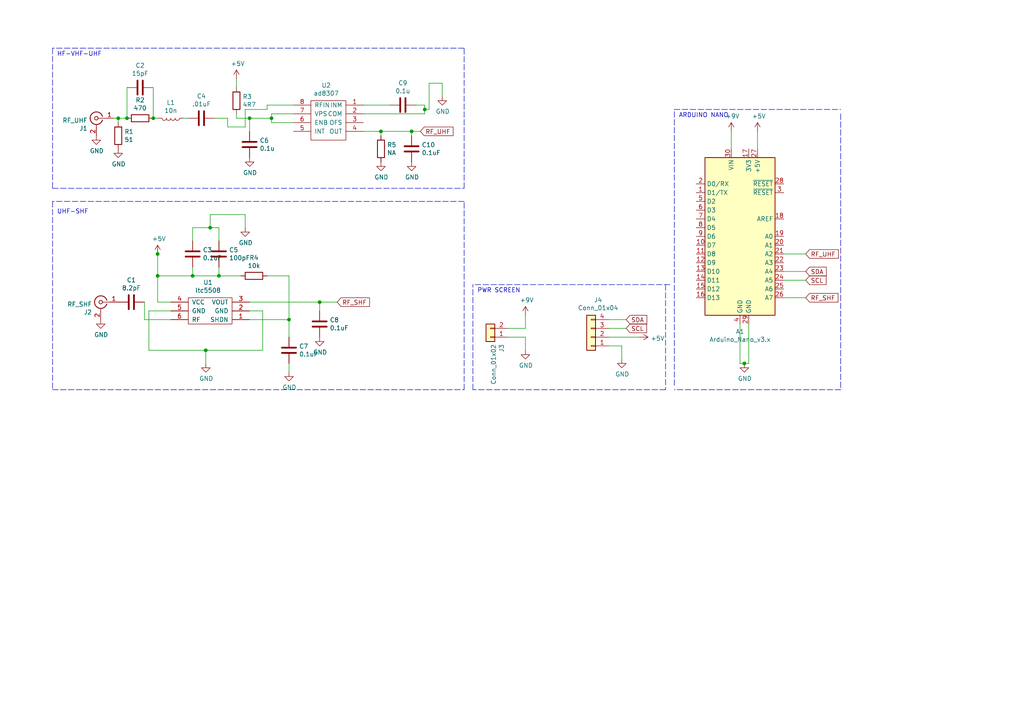
<source format=kicad_sch>
(kicad_sch (version 20211123) (generator eeschema)
  (paper "A4")
  (title_block (date "jeu. 02 avril 2015"))
  (lib_symbols
    (symbol "Connector:Conn_Coaxial" (pin_names (offset 1.016) hide)
      (property "Reference" "J" (at 0.254 3.048 0))
      (property "Value" "Conn_Coaxial" (at 2.921 0 90))
      (symbol "Conn_Coaxial_0_1"
        (arc (start -1.778 -0.508) (mid 0.2311 -1.8066) (end 1.778 0) (stroke (width 0.254)))
        (polyline (pts (xy -2.54 0) (xy -0.508 0)))
        (polyline (pts (xy 0 -2.54) (xy 0 -1.778)))
        (circle (center 0 0) (radius 0.508) (stroke (width 0.2032)))
        (arc (start 1.778 0) (mid 0.2099 1.8101) (end -1.778 0.508) (stroke (width 0.254)))
      )
      (symbol "Conn_Coaxial_1_1"
        (pin passive line (at -5.08 0 0) (length 2.54) (name "In") (number "1"))
        (pin passive line (at 0 -5.08 90) (length 2.54) (name "Ext") (number "2"))
      )
    )
    (symbol "Connector_Generic:Conn_01x02" (pin_names (offset 1.016) hide)
      (property "Reference" "J" (at 0 2.54 0))
      (property "Value" "Conn_01x02" (at 0 -5.08 0))
      (symbol "Conn_01x02_1_1"
        (rectangle (start -1.27 -2.413) (end 0 -2.667) (stroke (width 0.1524)))
        (rectangle (start -1.27 0.127) (end 0 -0.127) (stroke (width 0.1524)))
        (rectangle (start -1.27 1.27) (end 1.27 -3.81) (stroke (width 0.254)) (fill (type background)))
        (pin passive line (at -5.08 0 0) (length 3.81) (name "Pin_1") (number "1"))
        (pin passive line (at -5.08 -2.54 0) (length 3.81) (name "Pin_2") (number "2"))
      )
    )
    (symbol "Connector_Generic:Conn_01x04" (pin_names (offset 1.016) hide)
      (property "Reference" "J" (at 0 5.08 0))
      (property "Value" "Conn_01x04" (at 0 -7.62 0))
      (symbol "Conn_01x04_1_1"
        (rectangle (start -1.27 -4.953) (end 0 -5.207) (stroke (width 0.1524)))
        (rectangle (start -1.27 -2.413) (end 0 -2.667) (stroke (width 0.1524)))
        (rectangle (start -1.27 0.127) (end 0 -0.127) (stroke (width 0.1524)))
        (rectangle (start -1.27 2.667) (end 0 2.413) (stroke (width 0.1524)))
        (rectangle (start -1.27 3.81) (end 1.27 -6.35) (stroke (width 0.254)) (fill (type background)))
        (pin passive line (at -5.08 2.54 0) (length 3.81) (name "Pin_1") (number "1"))
        (pin passive line (at -5.08 0 0) (length 3.81) (name "Pin_2") (number "2"))
        (pin passive line (at -5.08 -2.54 0) (length 3.81) (name "Pin_3") (number "3"))
        (pin passive line (at -5.08 -5.08 0) (length 3.81) (name "Pin_4") (number "4"))
      )
    )
    (symbol "Device:C" (pin_numbers hide) (pin_names (offset 0.254))
      (property "Reference" "C" (at 0.635 2.54 0))
      (property "Value" "C" (at 0.635 -2.54 0))
      (symbol "C_0_1"
        (polyline (pts (xy -2.032 -0.762) (xy 2.032 -0.762)) (stroke (width 0.508)))
        (polyline (pts (xy -2.032 0.762) (xy 2.032 0.762)) (stroke (width 0.508)))
      )
      (symbol "C_1_1"
        (pin passive line (at 0 3.81 270) (length 2.794) (name "~") (number "1"))
        (pin passive line (at 0 -3.81 90) (length 2.794) (name "~") (number "2"))
      )
    )
    (symbol "Device:L" (pin_numbers hide) (pin_names (offset 1.016) hide)
      (property "Reference" "L" (at -1.27 0 90))
      (property "Value" "L" (at 1.905 0 90))
      (symbol "L_0_1"
        (arc (start 0 -2.54) (mid 0.635 -1.905) (end 0 -1.27))
        (arc (start 0 -1.27) (mid 0.635 -0.635) (end 0 0))
        (arc (start 0 0) (mid 0.635 0.635) (end 0 1.27))
        (arc (start 0 1.27) (mid 0.635 1.905) (end 0 2.54))
      )
      (symbol "L_1_1"
        (pin passive line (at 0 3.81 270) (length 1.27) (name "1") (number "1"))
        (pin passive line (at 0 -3.81 90) (length 1.27) (name "2") (number "2"))
      )
    )
    (symbol "Device:R" (pin_numbers hide) (pin_names (offset 0))
      (property "Reference" "R" (at 2.032 0 90))
      (property "Value" "R" (at 0 0 90))
      (symbol "R_0_1"
        (rectangle (start -1.016 -2.54) (end 1.016 2.54) (stroke (width 0.254)))
      )
      (symbol "R_1_1"
        (pin passive line (at 0 3.81 270) (length 1.27) (name "~") (number "1"))
        (pin passive line (at 0 -3.81 90) (length 1.27) (name "~") (number "2"))
      )
    )
    (symbol "MCU_Module:Arduino_Nano_v3.x"
      (property "Reference" "A" (at -10.16 23.495 0))
      (property "Value" "Arduino_Nano_v3.x" (at 5.08 -24.13 0))
      (symbol "Arduino_Nano_v3.x_0_1"
        (rectangle (start -10.16 22.86) (end 10.16 -22.86) (stroke (width 0.254)) (fill (type background)))
      )
      (symbol "Arduino_Nano_v3.x_1_1"
        (pin bidirectional line (at -12.7 12.7 0) (length 2.54) (name "D1/TX") (number "1"))
        (pin bidirectional line (at -12.7 -2.54 0) (length 2.54) (name "D7") (number "10"))
        (pin bidirectional line (at -12.7 -5.08 0) (length 2.54) (name "D8") (number "11"))
        (pin bidirectional line (at -12.7 -7.62 0) (length 2.54) (name "D9") (number "12"))
        (pin bidirectional line (at -12.7 -10.16 0) (length 2.54) (name "D10") (number "13"))
        (pin bidirectional line (at -12.7 -12.7 0) (length 2.54) (name "D11") (number "14"))
        (pin bidirectional line (at -12.7 -15.24 0) (length 2.54) (name "D12") (number "15"))
        (pin bidirectional line (at -12.7 -17.78 0) (length 2.54) (name "D13") (number "16"))
        (pin power_out line (at 2.54 25.4 270) (length 2.54) (name "3V3") (number "17"))
        (pin input line (at 12.7 5.08 180) (length 2.54) (name "AREF") (number "18"))
        (pin bidirectional line (at 12.7 0 180) (length 2.54) (name "A0") (number "19"))
        (pin bidirectional line (at -12.7 15.24 0) (length 2.54) (name "D0/RX") (number "2"))
        (pin bidirectional line (at 12.7 -2.54 180) (length 2.54) (name "A1") (number "20"))
        (pin bidirectional line (at 12.7 -5.08 180) (length 2.54) (name "A2") (number "21"))
        (pin bidirectional line (at 12.7 -7.62 180) (length 2.54) (name "A3") (number "22"))
        (pin bidirectional line (at 12.7 -10.16 180) (length 2.54) (name "A4") (number "23"))
        (pin bidirectional line (at 12.7 -12.7 180) (length 2.54) (name "A5") (number "24"))
        (pin bidirectional line (at 12.7 -15.24 180) (length 2.54) (name "A6") (number "25"))
        (pin bidirectional line (at 12.7 -17.78 180) (length 2.54) (name "A7") (number "26"))
        (pin power_out line (at 5.08 25.4 270) (length 2.54) (name "+5V") (number "27"))
        (pin input line (at 12.7 15.24 180) (length 2.54) (name "~{RESET}") (number "28"))
        (pin power_in line (at 2.54 -25.4 90) (length 2.54) (name "GND") (number "29"))
        (pin input line (at 12.7 12.7 180) (length 2.54) (name "~{RESET}") (number "3"))
        (pin power_in line (at -2.54 25.4 270) (length 2.54) (name "VIN") (number "30"))
        (pin power_in line (at 0 -25.4 90) (length 2.54) (name "GND") (number "4"))
        (pin bidirectional line (at -12.7 10.16 0) (length 2.54) (name "D2") (number "5"))
        (pin bidirectional line (at -12.7 7.62 0) (length 2.54) (name "D3") (number "6"))
        (pin bidirectional line (at -12.7 5.08 0) (length 2.54) (name "D4") (number "7"))
        (pin bidirectional line (at -12.7 2.54 0) (length 2.54) (name "D5") (number "8"))
        (pin bidirectional line (at -12.7 0 0) (length 2.54) (name "D6") (number "9"))
      )
    )
    (symbol "power:+5V" (power) (pin_names (offset 0))
      (property "Value" "+5V" (at 0 3.556 0))
      (symbol "+5V_0_1"
        (polyline (pts (xy -0.762 1.27) (xy 0 2.54)))
        (polyline (pts (xy 0 0) (xy 0 2.54)))
        (polyline (pts (xy 0 2.54) (xy 0.762 1.27)))
      )
      (symbol "+5V_1_1"
        (pin power_in line (at 0 0 90) (length 0) hide (name "+5V") (number "1"))
      )
    )
    (symbol "power:+9V" (power) (pin_names (offset 0))
      (property "Value" "+9V" (at 0 3.556 0))
      (symbol "+9V_0_1"
        (polyline (pts (xy -0.762 1.27) (xy 0 2.54)))
        (polyline (pts (xy 0 0) (xy 0 2.54)))
        (polyline (pts (xy 0 2.54) (xy 0.762 1.27)))
      )
      (symbol "+9V_1_1"
        (pin power_in line (at 0 0 90) (length 0) hide (name "+9V") (number "1"))
      )
    )
    (symbol "power:GND" (power) (pin_names (offset 0))
      (property "Value" "GND" (at 0 -3.81 0))
      (symbol "GND_0_1"
        (polyline (pts (xy 0 0) (xy 0 -1.27) (xy 1.27 -1.27) (xy 0 -2.54) (xy -1.27 -1.27) (xy 0 -1.27)))
      )
      (symbol "GND_1_1"
        (pin power_in line (at 0 0 270) (length 0) hide (name "GND") (number "1"))
      )
    )
    (symbol "sh:ad8307" (pin_names (offset 1.016))
      (property "Reference" "U" (at 0 0 0))
      (property "Value" "ad8307" (at 0 2.54 0))
      (symbol "ad8307_0_1"
        (rectangle (start -5.08 -1.27) (end 5.08 -12.7))
      )
      (symbol "ad8307_1_1"
        (pin input line (at 10.16 -2.54 180) (length 5.08) (name "INM") (number "1"))
        (pin input line (at 10.16 -5.08 180) (length 5.08) (name "COM") (number "2"))
        (pin input line (at 10.16 -7.62 180) (length 5.08) (name "OFS") (number "3"))
        (pin input line (at 10.16 -10.16 180) (length 5.08) (name "OUT") (number "4"))
        (pin input line (at -10.16 -10.16 0) (length 5.08) (name "INT") (number "5"))
        (pin input line (at -10.16 -7.62 0) (length 5.08) (name "ENB") (number "6"))
        (pin input line (at -10.16 -5.08 0) (length 5.08) (name "VPS") (number "7"))
        (pin input line (at -10.16 -2.54 0) (length 5.08) (name "RFIN") (number "8"))
      )
    )
    (symbol "sh:ltc5508" (pin_names (offset 1.016))
      (property "Reference" "U" (at 0 0 0))
      (property "Value" "ltc5508" (at 0 2.54 0))
      (symbol "ltc5508_0_1"
        (rectangle (start -5.08 -1.27) (end 7.62 -8.89))
      )
      (symbol "ltc5508_1_1"
        (pin input line (at 12.7 -7.62 180) (length 5.08) (name "SHDN") (number "1"))
        (pin input line (at 12.7 -5.08 180) (length 5.08) (name "GND") (number "2"))
        (pin output line (at 12.7 -2.54 180) (length 5.08) (name "VOUT") (number "3"))
        (pin input line (at -10.16 -2.54 0) (length 5.08) (name "VCC") (number "4"))
        (pin input line (at -10.16 -5.08 0) (length 5.08) (name "GND") (number "5"))
        (pin input line (at -10.16 -7.62 0) (length 5.08) (name "RF") (number "6"))
      )
    )
  )
  (junction (at 78.74 34.29))
  (junction (at 92.71 87.63))
  (junction (at 55.88 80.01))
  (junction (at 215.9 105.41))
  (junction (at 45.72 80.01))
  (junction (at 110.49 38.1))
  (junction (at 36.83 34.29))
  (junction (at 59.69 101.6))
  (junction (at 119.38 38.1))
  (junction (at 60.96 66.04))
  (junction (at 44.45 34.29))
  (junction (at 72.39 34.29))
  (junction (at 63.5 80.01))
  (junction (at 34.29 34.29))
  (junction (at 83.82 92.71))
  (junction (at 45.72 73.66))
  (junction (at 123.19 31.75))
  (wire (pts (xy 83.82 80.01) (xy 83.82 92.71)))
  (wire (pts (xy 36.83 25.4) (xy 36.83 34.29)))
  (wire (pts (xy 77.47 30.48) (xy 85.09 30.48)))
  (wire (pts (xy 128.27 24.13) (xy 124.46 24.13)))
  (wire (pts (xy 53.34 34.29) (xy 54.61 34.29)))
  (wire (pts (xy 45.72 87.63) (xy 49.53 87.63)))
  (wire (pts (xy 227.33 86.36) (xy 233.68 86.36)))
  (polyline (pts (xy 243.84 113.03) (xy 195.58 113.03)))
  (wire (pts (xy 72.39 87.63) (xy 92.71 87.63)))
  (wire (pts (xy 68.58 33.02) (xy 68.58 34.29)))
  (polyline (pts (xy 15.24 113.03) (xy 134.62 113.03)))
  (wire (pts (xy 105.41 38.1) (xy 110.49 38.1)))
  (wire (pts (xy 147.32 95.25) (xy 152.4 95.25)))
  (wire (pts (xy 72.39 34.29) (xy 78.74 34.29)))
  (wire (pts (xy 152.4 97.79) (xy 152.4 101.6)))
  (wire (pts (xy 119.38 39.37) (xy 119.38 38.1)))
  (wire (pts (xy 78.74 35.56) (xy 85.09 35.56)))
  (wire (pts (xy 71.12 66.04) (xy 71.12 62.23)))
  (wire (pts (xy 92.71 87.63) (xy 97.79 87.63)))
  (wire (pts (xy 219.71 38.1) (xy 219.71 43.18)))
  (polyline (pts (xy 195.58 111.76) (xy 195.58 31.75)))
  (wire (pts (xy 83.82 105.41) (xy 83.82 107.95)))
  (wire (pts (xy 59.69 101.6) (xy 59.69 105.41)))
  (wire (pts (xy 63.5 66.04) (xy 63.5 69.85)))
  (polyline (pts (xy 193.04 113.03) (xy 137.16 113.03)))
  (wire (pts (xy 152.4 95.25) (xy 152.4 91.44)))
  (wire (pts (xy 72.39 92.71) (xy 83.82 92.71)))
  (wire (pts (xy 119.38 38.1) (xy 121.92 38.1)))
  (wire (pts (xy 176.53 97.79) (xy 185.42 97.79)))
  (wire (pts (xy 66.04 36.83) (xy 71.12 36.83)))
  (wire (pts (xy 59.69 101.6) (xy 76.2 101.6)))
  (wire (pts (xy 105.41 33.02) (xy 123.19 33.02)))
  (wire (pts (xy 68.58 22.86) (xy 68.58 25.4)))
  (wire (pts (xy 77.47 80.01) (xy 83.82 80.01)))
  (polyline (pts (xy 243.84 33.02) (xy 243.84 113.03)))
  (wire (pts (xy 34.29 34.29) (xy 36.83 34.29)))
  (wire (pts (xy 55.88 77.47) (xy 55.88 80.01)))
  (wire (pts (xy 123.19 31.75) (xy 123.19 30.48)))
  (wire (pts (xy 44.45 25.4) (xy 44.45 34.29)))
  (wire (pts (xy 176.53 92.71) (xy 181.61 92.71)))
  (wire (pts (xy 49.53 90.17) (xy 43.18 90.17)))
  (wire (pts (xy 85.09 33.02) (xy 78.74 33.02)))
  (polyline (pts (xy 134.62 13.97) (xy 15.24 13.97)))
  (wire (pts (xy 78.74 33.02) (xy 78.74 34.29)))
  (wire (pts (xy 33.02 34.29) (xy 34.29 34.29)))
  (wire (pts (xy 43.18 90.17) (xy 43.18 101.6)))
  (wire (pts (xy 62.23 34.29) (xy 66.04 34.29)))
  (wire (pts (xy 68.58 34.29) (xy 72.39 34.29)))
  (wire (pts (xy 83.82 92.71) (xy 83.82 97.79)))
  (polyline (pts (xy 134.62 113.03) (xy 134.62 58.42)))
  (wire (pts (xy 233.68 78.74) (xy 227.33 78.74)))
  (wire (pts (xy 71.12 36.83) (xy 71.12 31.75)))
  (wire (pts (xy 217.17 105.41) (xy 217.17 93.98)))
  (wire (pts (xy 55.88 69.85) (xy 55.88 66.04)))
  (wire (pts (xy 60.96 66.04) (xy 63.5 66.04)))
  (wire (pts (xy 44.45 34.29) (xy 45.72 34.29)))
  (wire (pts (xy 212.09 38.1) (xy 212.09 43.18)))
  (wire (pts (xy 41.91 92.71) (xy 49.53 92.71)))
  (wire (pts (xy 72.39 90.17) (xy 76.2 90.17)))
  (polyline (pts (xy 15.24 58.42) (xy 15.24 113.03)))
  (polyline (pts (xy 193.04 82.55) (xy 193.04 113.03)))
  (polyline (pts (xy 195.58 31.75) (xy 243.84 31.75)))
  (wire (pts (xy 110.49 38.1) (xy 110.49 39.37)))
  (polyline (pts (xy 194.31 82.55) (xy 137.16 82.55)))
  (wire (pts (xy 45.72 72.39) (xy 45.72 73.66)))
  (wire (pts (xy 123.19 30.48) (xy 120.65 30.48)))
  (wire (pts (xy 124.46 31.75) (xy 123.19 31.75)))
  (wire (pts (xy 128.27 27.94) (xy 128.27 24.13)))
  (wire (pts (xy 77.47 31.75) (xy 77.47 30.48)))
  (polyline (pts (xy 15.24 13.97) (xy 15.24 54.61)))
  (wire (pts (xy 71.12 31.75) (xy 77.47 31.75)))
  (wire (pts (xy 110.49 38.1) (xy 119.38 38.1)))
  (wire (pts (xy 180.34 100.33) (xy 180.34 104.14)))
  (wire (pts (xy 214.63 105.41) (xy 215.9 105.41)))
  (wire (pts (xy 92.71 90.17) (xy 92.71 87.63)))
  (wire (pts (xy 147.32 97.79) (xy 152.4 97.79)))
  (wire (pts (xy 55.88 66.04) (xy 60.96 66.04)))
  (wire (pts (xy 41.91 87.63) (xy 41.91 92.71)))
  (wire (pts (xy 233.68 73.66) (xy 227.33 73.66)))
  (wire (pts (xy 76.2 90.17) (xy 76.2 101.6)))
  (wire (pts (xy 66.04 34.29) (xy 66.04 36.83)))
  (wire (pts (xy 105.41 30.48) (xy 113.03 30.48)))
  (wire (pts (xy 43.18 101.6) (xy 59.69 101.6)))
  (wire (pts (xy 45.72 73.66) (xy 45.72 80.01)))
  (wire (pts (xy 176.53 95.25) (xy 181.61 95.25)))
  (wire (pts (xy 45.72 80.01) (xy 55.88 80.01)))
  (polyline (pts (xy 15.24 54.61) (xy 134.62 54.61)))
  (polyline (pts (xy 134.62 58.42) (xy 15.24 58.42)))
  (wire (pts (xy 55.88 80.01) (xy 63.5 80.01)))
  (polyline (pts (xy 137.16 113.03) (xy 137.16 82.55)))
  (wire (pts (xy 63.5 80.01) (xy 69.85 80.01)))
  (wire (pts (xy 63.5 77.47) (xy 63.5 80.01)))
  (wire (pts (xy 123.19 33.02) (xy 123.19 31.75)))
  (polyline (pts (xy 134.62 54.61) (xy 134.62 13.97)))
  (wire (pts (xy 72.39 38.1) (xy 72.39 34.29)))
  (wire (pts (xy 176.53 100.33) (xy 180.34 100.33)))
  (wire (pts (xy 34.29 35.56) (xy 34.29 34.29)))
  (wire (pts (xy 124.46 24.13) (xy 124.46 31.75)))
  (wire (pts (xy 60.96 62.23) (xy 60.96 66.04)))
  (wire (pts (xy 71.12 62.23) (xy 60.96 62.23)))
  (wire (pts (xy 215.9 105.41) (xy 217.17 105.41)))
  (wire (pts (xy 78.74 34.29) (xy 78.74 35.56)))
  (wire (pts (xy 45.72 80.01) (xy 45.72 87.63)))
  (wire (pts (xy 233.68 81.28) (xy 227.33 81.28)))
  (wire (pts (xy 214.63 93.98) (xy 214.63 105.41)))
  (text "PWR SCREEN" (at 138.43 85.09 0) (effects (font (size 1.27 1.27)) (justify left bottom)))
  (text "UHF-SHF" (at 16.51 62.23 0) (effects (font (size 1.27 1.27)) (justify left bottom)))
  (text "ARDUINO NANO" (at 196.85 34.29 0) (effects (font (size 1.27 1.27)) (justify left bottom)))
  (text "HF-VHF-UHF" (at 16.51 16.51 0) (effects (font (size 1.27 1.27)) (justify left bottom)))
  (global_label "SCL" (shape input) (at 181.61 95.25 0) (property "Intersheet References" "${INTERSHEET_REFS}" (effects hide)))
  (global_label "RF_UHF" (shape input) (at 233.68 73.66 0) (property "Intersheet References" "${INTERSHEET_REFS}" (effects hide)))
  (global_label "RF_SHF" (shape input) (at 97.79 87.63 0) (property "Intersheet References" "${INTERSHEET_REFS}" (effects hide)))
  (global_label "SDA" (shape input) (at 181.61 92.71 0) (property "Intersheet References" "${INTERSHEET_REFS}" (effects hide)))
  (global_label "RF_UHF" (shape input) (at 121.92 38.1 0) (property "Intersheet References" "${INTERSHEET_REFS}" (effects hide)))
  (global_label "SDA" (shape input) (at 233.68 78.74 0) (property "Intersheet References" "${INTERSHEET_REFS}" (effects hide)))
  (global_label "SCL" (shape input) (at 233.68 81.28 0) (property "Intersheet References" "${INTERSHEET_REFS}" (effects hide)))
  (global_label "RF_SHF" (shape input) (at 233.68 86.36 0) (property "Intersheet References" "${INTERSHEET_REFS}" (effects hide)))
  (symbol (lib_id "Connector:Conn_Coaxial") (at 27.94 34.29 0) (mirror y) (unit 1)
    (property "Reference" "J1" (at 25.4 37.2364 0) (effects (justify left)))
    (property "Value" "RF_UHF" (at 25.4 34.925 0) (effects (justify left)))
    (property "Footprint" "Connector_Coaxial:SMA_Samtec_SMA-J-P-H-ST-EM1_EdgeMount" (effects hide))
    (property "Datasheet" " ~" (effects hide))
  )
  (symbol (lib_id "Connector:Conn_Coaxial") (at 29.21 87.63 0) (mirror y) (unit 1)
    (property "Reference" "J2" (at 26.67 90.5764 0) (effects (justify left)))
    (property "Value" "RF_SHF" (at 26.67 88.265 0) (effects (justify left)))
    (property "Footprint" "Connector_Coaxial:SMA_Samtec_SMA-J-P-H-ST-EM1_EdgeMount" (effects hide))
    (property "Datasheet" " ~" (effects hide))
  )
  (symbol (lib_id "power:GND") (at 27.94 39.37 0) (unit 1)
    (property "Reference" "#PWR0102" (effects hide))
    (property "Value" "GND" (at 28.067 43.7642 0))
  )
  (symbol (lib_id "power:GND") (at 29.21 92.71 0) (unit 1)
    (property "Reference" "#PWR0103" (effects hide))
    (property "Value" "GND" (at 29.337 97.1042 0))
  )
  (symbol (lib_id "Device:C") (at 38.1 87.63 90) (unit 1)
    (property "Reference" "C1" (at 38.1 81.2292 90))
    (property "Value" "8.2pF" (at 38.1 83.5406 90))
    (property "Footprint" "Capacitor_SMD:C_0805_2012Metric" (effects hide))
  )
  (symbol (lib_id "power:GND") (at 59.69 105.41 0) (unit 1)
    (property "Reference" "#PWR0104" (effects hide))
    (property "Value" "GND" (at 59.817 109.8042 0))
  )
  (symbol (lib_id "Device:C") (at 116.84 30.48 270) (unit 1)
    (property "Reference" "C9" (at 116.84 24.0792 90))
    (property "Value" "0.1u" (at 116.84 26.3906 90))
    (property "Footprint" "Capacitor_SMD:C_0805_2012Metric" (effects hide))
  )
  (symbol (lib_id "power:GND") (at 128.27 27.94 0) (unit 1)
    (property "Reference" "#PWR0106" (effects hide))
    (property "Value" "GND" (at 128.397 32.3342 0))
  )
  (symbol (lib_id "sh:ad8307") (at 95.25 27.94 0) (unit 1)
    (property "Reference" "U2" (at 94.615 24.765 0))
    (property "Value" "ad8307" (at 94.615 27.0764 0))
    (property "Footprint" "Package_SO:SOIC-8_3.9x4.9mm_P1.27mm" (effects hide))
  )
  (symbol (lib_id "sh:ltc5508") (at 59.69 85.09 0) (unit 1)
    (property "Reference" "U1" (at 60.325 81.915 0))
    (property "Value" "ltc5508" (at 60.325 84.2264 0))
    (property "Footprint" "Package_SO:TSOP-6_1.65x3.05mm_P0.95mm" (effects hide))
  )
  (symbol (lib_id "power:+5V") (at 68.58 22.86 0) (unit 1)
    (property "Reference" "#PWR0107" (effects hide))
    (property "Value" "+5V" (at 68.961 18.4658 0))
  )
  (symbol (lib_id "Device:R") (at 68.58 29.21 0) (unit 1)
    (property "Reference" "R3" (at 70.358 28.0416 0) (effects (justify left)))
    (property "Value" "4R7" (at 70.358 30.353 0) (effects (justify left)))
    (property "Footprint" "Resistor_SMD:R_0805_2012Metric" (effects hide))
  )
  (symbol (lib_id "MCU_Module:Arduino_Nano_v3.x") (at 214.63 68.58 0) (unit 1)
    (property "Reference" "A1" (at 214.63 96.1644 0))
    (property "Value" "Arduino_Nano_v3.x" (at 214.63 98.4758 0))
    (property "Footprint" "Module:Arduino_Nano" (effects hide))
    (property "Datasheet" "http://www.mouser.com/pdfdocs/Gravitech_Arduino_Nano3_0.pdf" (effects hide))
  )
  (symbol (lib_id "power:+5V") (at 219.71 38.1 0) (unit 1)
    (property "Reference" "#PWR03" (effects hide))
    (property "Value" "+5V" (at 220.091 33.7058 0))
  )
  (symbol (lib_id "power:GND") (at 215.9 105.41 0) (unit 1)
    (property "Reference" "#PWR02" (effects hide))
    (property "Value" "GND" (at 216.027 109.8042 0))
  )
  (symbol (lib_id "Device:C") (at 72.39 41.91 0) (unit 1)
    (property "Reference" "C6" (at 75.311 40.7416 0) (effects (justify left)))
    (property "Value" "0.1u" (at 75.311 43.053 0) (effects (justify left)))
    (property "Footprint" "Capacitor_SMD:C_0805_2012Metric" (effects hide))
  )
  (symbol (lib_id "power:GND") (at 72.39 45.72 0) (unit 1)
    (property "Reference" "#PWR0108" (effects hide))
    (property "Value" "GND" (at 72.517 50.1142 0))
  )
  (symbol (lib_id "Device:C") (at 83.82 101.6 0) (unit 1)
    (property "Reference" "C7" (at 86.741 100.4316 0) (effects (justify left)))
    (property "Value" "0.1uF" (at 86.741 102.743 0) (effects (justify left)))
    (property "Footprint" "Capacitor_SMD:C_0805_2012Metric" (effects hide))
  )
  (symbol (lib_id "power:+9V") (at 212.09 38.1 0) (unit 1)
    (property "Reference" "#PWR01" (effects hide))
    (property "Value" "+9V" (at 212.471 33.7058 0))
  )
  (symbol (lib_id "power:+5V") (at 45.72 73.66 0) (unit 1)
    (property "Reference" "#PWR0109" (effects hide))
    (property "Value" "+5V" (at 46.101 69.2658 0))
  )
  (symbol (lib_id "Device:R") (at 73.66 80.01 270) (unit 1)
    (property "Reference" "R4" (at 73.66 74.7522 90))
    (property "Value" "10k" (at 73.66 77.0636 90))
    (property "Footprint" "Resistor_SMD:R_0805_2012Metric" (effects hide))
  )
  (symbol (lib_id "Device:R") (at 110.49 43.18 0) (unit 1)
    (property "Reference" "R5" (at 112.268 42.0116 0) (effects (justify left)))
    (property "Value" "NA" (at 112.268 44.323 0) (effects (justify left)))
    (property "Footprint" "Resistor_SMD:R_0805_2012Metric" (effects hide))
  )
  (symbol (lib_id "power:GND") (at 110.49 46.99 0) (unit 1)
    (property "Reference" "#PWR08" (effects hide))
    (property "Value" "GND" (at 110.617 51.3842 0))
  )
  (symbol (lib_id "Device:C") (at 55.88 73.66 0) (unit 1)
    (property "Reference" "C3" (at 58.801 72.4916 0) (effects (justify left)))
    (property "Value" "0.1uF" (at 58.801 74.803 0) (effects (justify left)))
    (property "Footprint" "Capacitor_SMD:C_0805_2012Metric" (effects hide))
  )
  (symbol (lib_id "Device:C") (at 63.5 73.66 0) (unit 1)
    (property "Reference" "C5" (at 66.421 72.4916 0) (effects (justify left)))
    (property "Value" "100pF" (at 66.421 74.803 0) (effects (justify left)))
    (property "Footprint" "Capacitor_SMD:C_0805_2012Metric" (effects hide))
  )
  (symbol (lib_id "power:GND") (at 71.12 66.04 0) (unit 1)
    (property "Reference" "#PWR0110" (effects hide))
    (property "Value" "GND" (at 71.247 70.4342 0))
  )
  (symbol (lib_id "Device:R") (at 34.29 39.37 0) (unit 1)
    (property "Reference" "R1" (at 36.068 38.2016 0) (effects (justify left)))
    (property "Value" "51" (at 36.068 40.513 0) (effects (justify left)))
    (property "Footprint" "Resistor_SMD:R_0805_2012Metric" (effects hide))
  )
  (symbol (lib_id "power:GND") (at 34.29 43.18 0) (unit 1)
    (property "Reference" "#PWR0111" (effects hide))
    (property "Value" "GND" (at 34.417 47.5742 0))
  )
  (symbol (lib_id "Device:R") (at 40.64 34.29 270) (unit 1)
    (property "Reference" "R2" (at 40.64 29.0322 90))
    (property "Value" "470" (at 40.64 31.3436 90))
    (property "Footprint" "Resistor_SMD:R_0805_2012Metric" (effects hide))
  )
  (symbol (lib_id "Device:C") (at 40.64 25.4 270) (unit 1)
    (property "Reference" "C2" (at 40.64 18.9992 90))
    (property "Value" "15pF" (at 40.64 21.3106 90))
    (property "Footprint" "Capacitor_SMD:C_0805_2012Metric" (effects hide))
  )
  (symbol (lib_id "Device:C") (at 58.42 34.29 270) (unit 1)
    (property "Reference" "C4" (at 58.42 27.8892 90))
    (property "Value" ".01uF" (at 58.42 30.2006 90))
    (property "Footprint" "Capacitor_SMD:C_0805_2012Metric" (effects hide))
  )
  (symbol (lib_id "Device:L") (at 49.53 34.29 270) (unit 1)
    (property "Reference" "L1" (at 49.53 29.7688 90))
    (property "Value" "10n" (at 49.53 32.0802 90))
    (property "Footprint" "Inductor_SMD:L_0805_2012Metric" (effects hide))
  )
  (symbol (lib_id "Connector_Generic:Conn_01x02") (at 142.24 97.79 180) (unit 1)
    (property "Reference" "J3" (at 145.4658 99.822 90) (effects (justify left)))
    (property "Value" "Conn_01x02" (at 143.1544 99.822 90) (effects (justify left)))
    (property "Footprint" "Connector_PinHeader_2.54mm:PinHeader_1x02_P2.54mm_Vertical" (effects hide))
  )
  (symbol (lib_id "power:GND") (at 152.4 101.6 0) (unit 1)
    (property "Reference" "#PWR05" (effects hide))
    (property "Value" "GND" (at 152.527 105.9942 0))
  )
  (symbol (lib_id "power:+9V") (at 152.4 91.44 0) (unit 1)
    (property "Reference" "#PWR04" (effects hide))
    (property "Value" "+9V" (at 152.781 87.0458 0))
  )
  (symbol (lib_id "Connector_Generic:Conn_01x04") (at 171.45 97.79 180) (unit 1)
    (property "Reference" "J4" (at 173.482 86.995 0))
    (property "Value" "Conn_01x04" (at 173.482 89.3064 0))
    (property "Footprint" "Connector_PinHeader_2.54mm:PinHeader_1x04_P2.54mm_Vertical" (effects hide))
  )
  (symbol (lib_id "power:GND") (at 180.34 104.14 0) (unit 1)
    (property "Reference" "#PWR06" (effects hide))
    (property "Value" "GND" (at 180.467 108.5342 0))
  )
  (symbol (lib_id "power:+5V") (at 185.42 97.79 270) (unit 1)
    (property "Reference" "#PWR07" (effects hide))
    (property "Value" "+5V" (at 188.6712 98.171 90) (effects (justify left)))
  )
  (symbol (lib_id "Device:C") (at 119.38 43.18 0) (unit 1)
    (property "Reference" "C10" (at 122.301 42.0116 0) (effects (justify left)))
    (property "Value" "0.1uF" (at 122.301 44.323 0) (effects (justify left)))
    (property "Footprint" "Capacitor_SMD:C_0805_2012Metric" (effects hide))
  )
  (symbol (lib_id "power:GND") (at 119.38 46.99 0) (unit 1)
    (property "Reference" "#PWR0112" (effects hide))
    (property "Value" "GND" (at 119.507 51.3842 0))
  )
  (symbol (lib_id "Device:C") (at 92.71 93.98 0) (unit 1)
    (property "Reference" "C8" (at 95.631 92.8116 0) (effects (justify left)))
    (property "Value" "0.1uF" (at 95.631 95.123 0) (effects (justify left)))
    (property "Footprint" "Capacitor_SMD:C_0805_2012Metric" (effects hide))
  )
  (symbol (lib_id "power:GND") (at 92.71 97.79 0) (unit 1)
    (property "Reference" "#PWR0113" (effects hide))
    (property "Value" "GND" (at 92.837 102.1842 0))
  )
  (symbol (lib_id "power:GND") (at 83.82 107.95 0) (unit 1)
    (property "Reference" "#PWR0114" (effects hide))
    (property "Value" "GND" (at 83.947 112.3442 0))
  )
)
</source>
